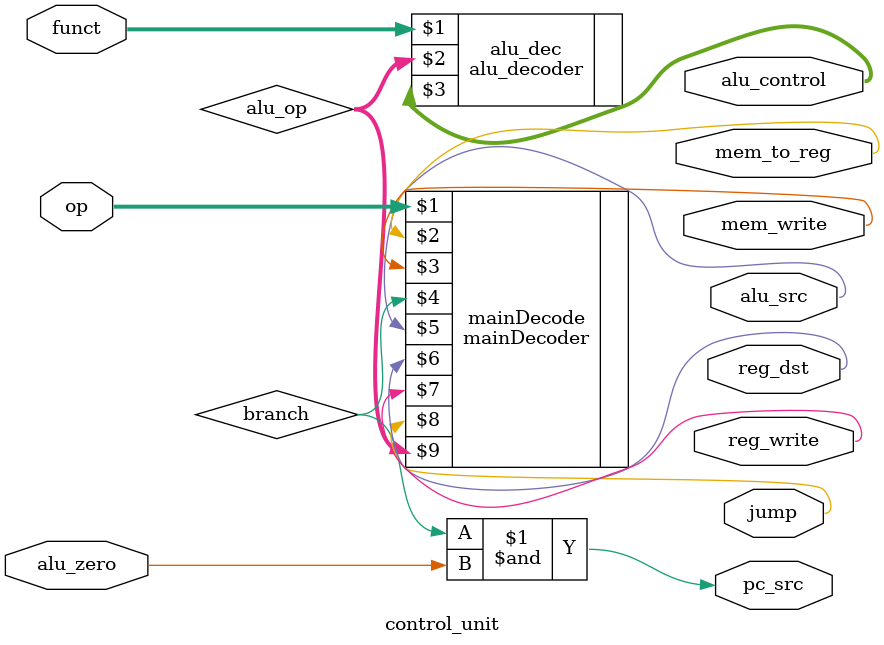
<source format=sv>
module control_unit
	(
		input logic [5:0] op, funct,
		input logic alu_zero,
		output logic mem_to_reg, mem_write, pc_src,
		output logic alu_src, reg_dst, reg_write, jump,
		output logic[2:0] alu_control
	);
	
	logic branch;
	logic [1:0] alu_op;
	
	mainDecoder mainDecode(op, mem_to_reg, mem_write,branch,
								alu_src, reg_dst, reg_write, jump, alu_op);
	
	alu_decoder alu_dec(funct, alu_op, alu_control);
	
	assign pc_src = branch & alu_zero;
	
endmodule
</source>
